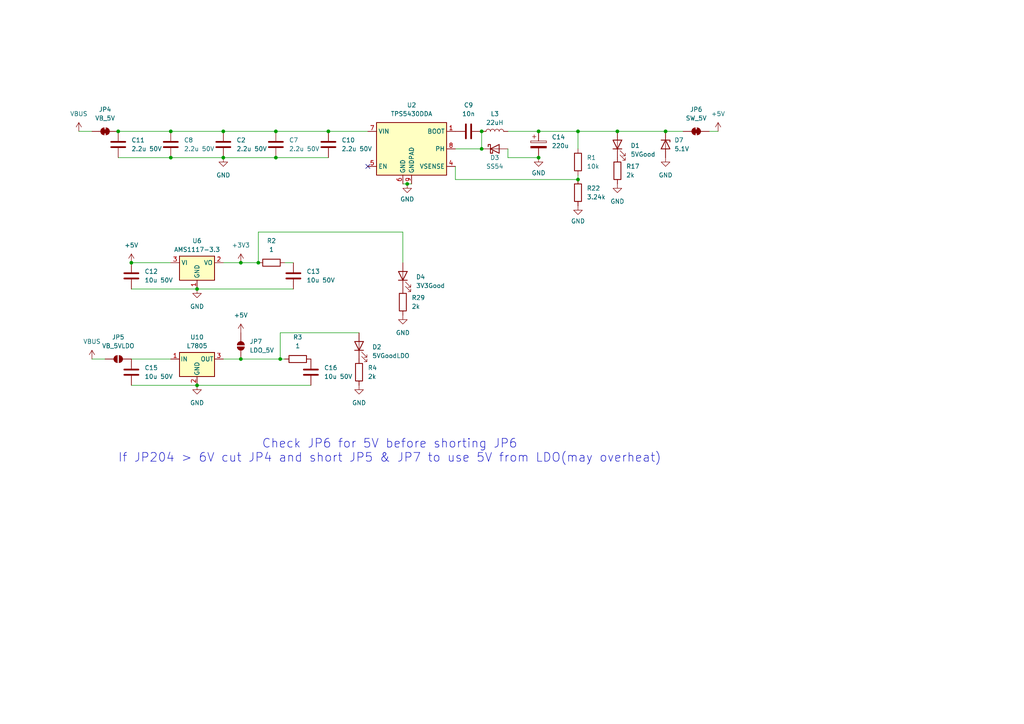
<source format=kicad_sch>
(kicad_sch (version 20231120) (generator "eeschema") (generator_version "8.0")
  (paper "A4")
  (lib_symbols
    (symbol "Device:C" (pin_numbers hide) (pin_names (offset 0.254))
      (property "Reference" "C" (at 0.635 2.54 0))
      (property "Value" "C" (at 0.635 -2.54 0))
      (symbol "C_0_1"
        (polyline (pts (xy -2.032 -0.762) (xy 2.032 -0.762)) (stroke (width 0.508)))
        (polyline (pts (xy -2.032 0.762) (xy 2.032 0.762)) (stroke (width 0.508)))
      )
      (symbol "C_1_1"
        (pin passive line (at 0 3.81 270) (length 2.794) (name "~") (number "1"))
        (pin passive line (at 0 -3.81 90) (length 2.794) (name "~") (number "2"))
      )
    )
    (symbol "Device:C_Polarized" (pin_numbers hide) (pin_names (offset 0.254))
      (property "Reference" "C" (at 0.635 2.54 0))
      (property "Value" "C_Polarized" (at 0.635 -2.54 0))
      (symbol "C_Polarized_0_1"
        (rectangle (start -2.286 0.508) (end 2.286 1.016))
        (polyline (pts (xy -1.778 2.286) (xy -0.762 2.286)))
        (polyline (pts (xy -1.27 2.794) (xy -1.27 1.778)))
        (rectangle (start 2.286 -0.508) (end -2.286 -1.016) (fill (type outline)))
      )
      (symbol "C_Polarized_1_1"
        (pin passive line (at 0 3.81 270) (length 2.794) (name "~") (number "1"))
        (pin passive line (at 0 -3.81 90) (length 2.794) (name "~") (number "2"))
      )
    )
    (symbol "Device:D_Schottky" (pin_numbers hide) (pin_names (offset 1.016) hide)
      (property "Reference" "D" (at 0 2.54 0))
      (property "Value" "D_Schottky" (at 0 -2.54 0))
      (symbol "D_Schottky_0_1"
        (polyline (pts (xy 1.27 0) (xy -1.27 0)))
        (polyline (pts (xy 1.27 1.27) (xy 1.27 -1.27) (xy -1.27 0) (xy 1.27 1.27)) (stroke (width 0.254)))
        (polyline (pts (xy -1.905 0.635) (xy -1.905 1.27) (xy -1.27 1.27) (xy -1.27 -1.27) (xy -0.635 -1.27) (xy -0.635 -0.635)) (stroke (width 0.254)))
      )
      (symbol "D_Schottky_1_1"
        (pin passive line (at -3.81 0 0) (length 2.54) (name "K") (number "1"))
        (pin passive line (at 3.81 0 180) (length 2.54) (name "A") (number "2"))
      )
    )
    (symbol "Device:D_Zener" (pin_numbers hide) (pin_names (offset 1.016) hide)
      (property "Reference" "D" (at 0 2.54 0))
      (property "Value" "D_Zener" (at 0 -2.54 0))
      (symbol "D_Zener_0_1"
        (polyline (pts (xy 1.27 0) (xy -1.27 0)))
        (polyline (pts (xy -1.27 -1.27) (xy -1.27 1.27) (xy -0.762 1.27)) (stroke (width 0.254)))
        (polyline (pts (xy 1.27 -1.27) (xy 1.27 1.27) (xy -1.27 0) (xy 1.27 -1.27)) (stroke (width 0.254)))
      )
      (symbol "D_Zener_1_1"
        (pin passive line (at -3.81 0 0) (length 2.54) (name "K") (number "1"))
        (pin passive line (at 3.81 0 180) (length 2.54) (name "A") (number "2"))
      )
    )
    (symbol "Device:L" (pin_numbers hide) (pin_names (offset 1.016) hide)
      (property "Reference" "L" (at -1.27 0 90))
      (property "Value" "L" (at 1.905 0 90))
      (symbol "L_0_1"
        (arc (start 0 -2.54) (mid 0.6323 -1.905) (end 0 -1.27))
        (arc (start 0 -1.27) (mid 0.6323 -0.635) (end 0 0))
        (arc (start 0 0) (mid 0.6323 0.635) (end 0 1.27))
        (arc (start 0 1.27) (mid 0.6323 1.905) (end 0 2.54))
      )
      (symbol "L_1_1"
        (pin passive line (at 0 3.81 270) (length 1.27) (name "1") (number "1"))
        (pin passive line (at 0 -3.81 90) (length 1.27) (name "2") (number "2"))
      )
    )
    (symbol "Device:LED" (pin_numbers hide) (pin_names (offset 1.016) hide)
      (property "Reference" "D" (at 0 2.54 0))
      (property "Value" "LED" (at 0 -2.54 0))
      (symbol "LED_0_1"
        (polyline (pts (xy -1.27 -1.27) (xy -1.27 1.27)) (stroke (width 0.254)))
        (polyline (pts (xy -1.27 0) (xy 1.27 0)))
        (polyline (pts (xy 1.27 -1.27) (xy 1.27 1.27) (xy -1.27 0) (xy 1.27 -1.27)) (stroke (width 0.254)))
        (polyline (pts (xy -3.048 -0.762) (xy -4.572 -2.286) (xy -3.81 -2.286) (xy -4.572 -2.286) (xy -4.572 -1.524)))
        (polyline (pts (xy -1.778 -0.762) (xy -3.302 -2.286) (xy -2.54 -2.286) (xy -3.302 -2.286) (xy -3.302 -1.524)))
      )
      (symbol "LED_1_1"
        (pin passive line (at -3.81 0 0) (length 2.54) (name "K") (number "1"))
        (pin passive line (at 3.81 0 180) (length 2.54) (name "A") (number "2"))
      )
    )
    (symbol "Device:R" (pin_numbers hide) (pin_names (offset 0))
      (property "Reference" "R" (at 2.032 0 90))
      (property "Value" "R" (at 0 0 90))
      (symbol "R_0_1"
        (rectangle (start -1.016 -2.54) (end 1.016 2.54) (stroke (width 0.254)))
      )
      (symbol "R_1_1"
        (pin passive line (at 0 3.81 270) (length 1.27) (name "~") (number "1"))
        (pin passive line (at 0 -3.81 90) (length 1.27) (name "~") (number "2"))
      )
    )
    (symbol "Jumper:SolderJumper_2_Bridged" (pin_numbers hide) (pin_names (offset 0) hide) (exclude_from_sim yes) (in_bom no)
      (property "Reference" "JP" (at 0 2.032 0))
      (property "Value" "SolderJumper_2_Bridged" (at 0 -2.54 0))
      (symbol "SolderJumper_2_Bridged_0_1"
        (rectangle (start -0.508 0.508) (end 0.508 -0.508) (fill (type outline)))
        (arc (start -0.254 1.016) (mid -1.2656 0) (end -0.254 -1.016))
        (arc (start -0.254 1.016) (mid -1.2656 0) (end -0.254 -1.016) (fill (type outline)))
        (polyline (pts (xy -0.254 1.016) (xy -0.254 -1.016)))
        (polyline (pts (xy 0.254 1.016) (xy 0.254 -1.016)))
        (arc (start 0.254 -1.016) (mid 1.2656 0) (end 0.254 1.016))
        (arc (start 0.254 -1.016) (mid 1.2656 0) (end 0.254 1.016) (fill (type outline)))
      )
      (symbol "SolderJumper_2_Bridged_1_1"
        (pin passive line (at -3.81 0 0) (length 2.54) (name "A") (number "1"))
        (pin passive line (at 3.81 0 180) (length 2.54) (name "B") (number "2"))
      )
    )
    (symbol "Jumper:SolderJumper_2_Open" (pin_numbers hide) (pin_names (offset 0) hide) (exclude_from_sim yes) (in_bom no)
      (property "Reference" "JP" (at 0 2.032 0))
      (property "Value" "SolderJumper_2_Open" (at 0 -2.54 0))
      (symbol "SolderJumper_2_Open_0_1"
        (arc (start -0.254 1.016) (mid -1.2656 0) (end -0.254 -1.016))
        (arc (start -0.254 1.016) (mid -1.2656 0) (end -0.254 -1.016) (fill (type outline)))
        (polyline (pts (xy -0.254 1.016) (xy -0.254 -1.016)))
        (polyline (pts (xy 0.254 1.016) (xy 0.254 -1.016)))
        (arc (start 0.254 -1.016) (mid 1.2656 0) (end 0.254 1.016))
        (arc (start 0.254 -1.016) (mid 1.2656 0) (end 0.254 1.016) (fill (type outline)))
      )
      (symbol "SolderJumper_2_Open_1_1"
        (pin passive line (at -3.81 0 0) (length 2.54) (name "A") (number "1"))
        (pin passive line (at 3.81 0 180) (length 2.54) (name "B") (number "2"))
      )
    )
    (symbol "Regulator_Linear:AMS1117-3.3"
      (property "Reference" "U" (at -3.81 3.175 0))
      (property "Value" "AMS1117-3.3" (at 0 3.175 0))
      (symbol "AMS1117-3.3_0_1"
        (rectangle (start -5.08 -5.08) (end 5.08 1.905) (stroke (width 0.254)) (fill (type background)))
      )
      (symbol "AMS1117-3.3_1_1"
        (pin power_in line (at 0 -7.62 90) (length 2.54) (name "GND") (number "1"))
        (pin power_out line (at 7.62 0 180) (length 2.54) (name "VO") (number "2"))
        (pin power_in line (at -7.62 0 0) (length 2.54) (name "VI") (number "3"))
      )
    )
    (symbol "Regulator_Linear:L7805" (pin_names (offset 0.254))
      (property "Reference" "U" (at -3.81 3.175 0))
      (property "Value" "L7805" (at 0 3.175 0))
      (symbol "L7805_0_1"
        (rectangle (start -5.08 1.905) (end 5.08 -5.08) (stroke (width 0.254)) (fill (type background)))
      )
      (symbol "L7805_1_1"
        (pin power_in line (at -7.62 0 0) (length 2.54) (name "IN") (number "1"))
        (pin power_in line (at 0 -7.62 90) (length 2.54) (name "GND") (number "2"))
        (pin power_out line (at 7.62 0 180) (length 2.54) (name "OUT") (number "3"))
      )
    )
    (symbol "Regulator_Switching:TPS5430DDA"
      (property "Reference" "U" (at -10.16 8.89 0))
      (property "Value" "TPS5430DDA" (at -1.27 8.89 0))
      (symbol "TPS5430DDA_0_1"
        (rectangle (start -10.16 7.62) (end 10.16 -7.62) (stroke (width 0.254)) (fill (type background)))
      )
      (symbol "TPS5430DDA_1_1"
        (pin input line (at 12.7 5.08 180) (length 2.54) (name "BOOT") (number "1"))
        (pin no_connect line (at -10.16 2.54 0) (length 2.54) hide (name "NC") (number "2"))
        (pin no_connect line (at -10.16 -2.54 0) (length 2.54) hide (name "NC") (number "3"))
        (pin input line (at 12.7 -5.08 180) (length 2.54) (name "VSENSE") (number "4"))
        (pin input line (at -12.7 -5.08 0) (length 2.54) (name "EN") (number "5"))
        (pin power_in line (at -2.54 -10.16 90) (length 2.54) (name "GND") (number "6"))
        (pin power_in line (at -12.7 5.08 0) (length 2.54) (name "VIN") (number "7"))
        (pin output line (at 12.7 0 180) (length 2.54) (name "PH") (number "8"))
        (pin power_in line (at 0 -10.16 90) (length 2.54) (name "GNDPAD") (number "9"))
      )
    )
    (symbol "power:+3V3" (power) (pin_names (offset 0))
      (property "Value" "+3V3" (at 0 3.556 0))
      (symbol "+3V3_0_1"
        (polyline (pts (xy -0.762 1.27) (xy 0 2.54)))
        (polyline (pts (xy 0 0) (xy 0 2.54)))
        (polyline (pts (xy 0 2.54) (xy 0.762 1.27)))
      )
      (symbol "+3V3_1_1"
        (pin power_in line (at 0 0 90) (length 0) hide (name "+3V3") (number "1"))
      )
    )
    (symbol "power:+5V" (power) (pin_names (offset 0))
      (property "Value" "+5V" (at 0 3.556 0))
      (symbol "+5V_0_1"
        (polyline (pts (xy -0.762 1.27) (xy 0 2.54)))
        (polyline (pts (xy 0 0) (xy 0 2.54)))
        (polyline (pts (xy 0 2.54) (xy 0.762 1.27)))
      )
      (symbol "+5V_1_1"
        (pin power_in line (at 0 0 90) (length 0) hide (name "+5V") (number "1"))
      )
    )
    (symbol "power:GND" (power) (pin_names (offset 0))
      (property "Value" "GND" (at 0 -3.81 0))
      (symbol "GND_0_1"
        (polyline (pts (xy 0 0) (xy 0 -1.27) (xy 1.27 -1.27) (xy 0 -2.54) (xy -1.27 -1.27) (xy 0 -1.27)))
      )
      (symbol "GND_1_1"
        (pin power_in line (at 0 0 270) (length 0) hide (name "GND") (number "1"))
      )
    )
    (symbol "power:VBUS" (power) (pin_names (offset 0))
      (property "Value" "VBUS" (at 0 3.81 0))
      (symbol "VBUS_0_1"
        (polyline (pts (xy -0.762 1.27) (xy 0 2.54)))
        (polyline (pts (xy 0 0) (xy 0 2.54)))
        (polyline (pts (xy 0 2.54) (xy 0.762 1.27)))
      )
      (symbol "VBUS_1_1"
        (pin power_in line (at 0 0 90) (length 0) hide (name "VBUS") (number "1"))
      )
    )
  )
  (junction (at 64.77 45.72))
  (junction (at 80.01 38.1))
  (junction (at 179.07 38.1))
  (junction (at 139.7 38.1))
  (junction (at 69.85 104.14))
  (junction (at 74.93 76.2))
  (junction (at 38.1 76.2))
  (junction (at 156.21 38.1))
  (junction (at 167.64 52.07))
  (junction (at 49.53 38.1))
  (junction (at 49.53 45.72))
  (junction (at 80.01 45.72))
  (junction (at 64.77 38.1))
  (junction (at 193.04 38.1))
  (junction (at 57.15 83.82))
  (junction (at 156.21 45.72))
  (junction (at 139.7 43.18))
  (junction (at 95.25 38.1))
  (junction (at 34.29 38.1))
  (junction (at 81.28 104.14))
  (junction (at 69.85 76.2))
  (junction (at 118.11 53.34))
  (junction (at 57.15 111.76))
  (junction (at 167.64 38.1))
  (no_connect (at 106.68 48.26))
  (wire (pts (xy 69.85 76.2) (xy 64.77 76.2)))
  (wire (pts (xy 81.28 104.14) (xy 82.55 104.14)))
  (wire (pts (xy 198.12 38.1) (xy 193.04 38.1)))
  (wire (pts (xy 74.93 67.31) (xy 74.93 76.2)))
  (wire (pts (xy 80.01 38.1) (xy 95.25 38.1)))
  (wire (pts (xy 139.7 43.18) (xy 139.7 38.1)))
  (wire (pts (xy 167.64 38.1) (xy 179.07 38.1)))
  (wire (pts (xy 34.29 45.72) (xy 49.53 45.72)))
  (wire (pts (xy 69.85 104.14) (xy 81.28 104.14)))
  (wire (pts (xy 167.64 38.1) (xy 167.64 43.18)))
  (wire (pts (xy 38.1 111.76) (xy 57.15 111.76)))
  (wire (pts (xy 74.93 76.2) (xy 69.85 76.2)))
  (wire (pts (xy 85.09 76.2) (xy 82.55 76.2)))
  (wire (pts (xy 132.08 52.07) (xy 132.08 48.26)))
  (wire (pts (xy 208.28 38.1) (xy 205.74 38.1)))
  (wire (pts (xy 38.1 104.14) (xy 49.53 104.14)))
  (wire (pts (xy 81.28 104.14) (xy 81.28 96.52)))
  (wire (pts (xy 80.01 45.72) (xy 95.25 45.72)))
  (wire (pts (xy 147.32 38.1) (xy 156.21 38.1)))
  (wire (pts (xy 147.32 45.72) (xy 156.21 45.72)))
  (wire (pts (xy 132.08 52.07) (xy 167.64 52.07)))
  (wire (pts (xy 26.67 38.1) (xy 22.86 38.1)))
  (wire (pts (xy 118.11 53.34) (xy 119.38 53.34)))
  (wire (pts (xy 38.1 83.82) (xy 57.15 83.82)))
  (wire (pts (xy 167.64 50.8) (xy 167.64 52.07)))
  (wire (pts (xy 49.53 38.1) (xy 64.77 38.1)))
  (wire (pts (xy 30.48 104.14) (xy 26.67 104.14)))
  (wire (pts (xy 116.84 76.2) (xy 116.84 67.31)))
  (wire (pts (xy 132.08 43.18) (xy 139.7 43.18)))
  (wire (pts (xy 57.15 83.82) (xy 85.09 83.82)))
  (wire (pts (xy 38.1 76.2) (xy 49.53 76.2)))
  (wire (pts (xy 147.32 43.18) (xy 147.32 45.72)))
  (wire (pts (xy 81.28 96.52) (xy 104.14 96.52)))
  (wire (pts (xy 57.15 111.76) (xy 90.17 111.76)))
  (wire (pts (xy 116.84 67.31) (xy 74.93 67.31)))
  (wire (pts (xy 64.77 104.14) (xy 69.85 104.14)))
  (wire (pts (xy 34.29 38.1) (xy 49.53 38.1)))
  (wire (pts (xy 116.84 53.34) (xy 118.11 53.34)))
  (wire (pts (xy 64.77 45.72) (xy 80.01 45.72)))
  (wire (pts (xy 179.07 38.1) (xy 193.04 38.1)))
  (wire (pts (xy 95.25 38.1) (xy 106.68 38.1)))
  (wire (pts (xy 156.21 38.1) (xy 167.64 38.1)))
  (wire (pts (xy 64.77 38.1) (xy 80.01 38.1)))
  (wire (pts (xy 49.53 45.72) (xy 64.77 45.72)))
  (text "Check JP6 for 5V before shorting JP6\nIf JP204 > 6V cut JP4 and short JP5 & JP7 to use 5V from LDO(may overheat)" (at 113.03 130.81 0) (effects (font (size 2.54 2.54))))
  (symbol (lib_id "Device:C") (at 135.89 38.1 90) (unit 1)
    (property "Reference" "C9" (at 135.89 30.48 90))
    (property "Value" "10n" (at 135.89 33.02 90))
    (property "Footprint" "Capacitor_SMD:C_0603_1608Metric" (effects (hide yes)))
  )
  (symbol (lib_id "Device:C") (at 49.53 41.91 0) (unit 1)
    (property "Reference" "C8" (at 53.34 40.6399 0) (effects (justify left)))
    (property "Value" "2.2u 50V" (at 53.34 43.1799 0) (effects (justify left)))
    (property "Footprint" "Capacitor_SMD:C_0805_2012Metric" (effects (hide yes)))
  )
  (symbol (lib_id "Device:R") (at 179.07 49.53 0) (unit 1)
    (property "Reference" "R17" (at 181.61 48.2599 0) (effects (justify left)))
    (property "Value" "2k" (at 181.61 50.7999 0) (effects (justify left)))
    (property "Footprint" "Resistor_SMD:R_0603_1608Metric" (effects (hide yes)))
  )
  (symbol (lib_id "Device:C") (at 38.1 80.01 0) (unit 1)
    (property "Reference" "C12" (at 41.91 78.7399 0) (effects (justify left)))
    (property "Value" "10u 50V" (at 41.91 81.2799 0) (effects (justify left)))
    (property "Footprint" "Capacitor_SMD:C_1206_3216Metric" (effects (hide yes)))
  )
  (symbol (lib_id "Device:R") (at 116.84 87.63 0) (unit 1)
    (property "Reference" "R29" (at 119.38 86.3599 0) (effects (justify left)))
    (property "Value" "2k" (at 119.38 88.8999 0) (effects (justify left)))
    (property "Footprint" "Resistor_SMD:R_0603_1608Metric" (effects (hide yes)))
  )
  (symbol (lib_id "power:GND") (at 156.21 45.72 0) (unit 1)
    (property "Reference" "#PWR031" (effects (hide yes)))
    (property "Value" "GND" (at 156.21 50.1634 0))
  )
  (symbol (lib_id "Device:L") (at 143.51 38.1 90) (unit 1)
    (property "Reference" "L3" (at 143.51 33.02 90))
    (property "Value" "22uH" (at 143.51 35.56 90))
    (property "Footprint" "Inductor_SMD:L_Bourns_SRR1260" (effects (hide yes)))
  )
  (symbol (lib_id "power:VBUS") (at 26.67 104.14 0) (unit 1)
    (property "Reference" "#PWR070" (effects (hide yes)))
    (property "Value" "VBUS" (at 26.67 99.06 0))
  )
  (symbol (lib_id "Device:D_Schottky") (at 143.51 43.18 0) (unit 1)
    (property "Reference" "D3" (at 143.51 45.72 0))
    (property "Value" "SS54" (at 143.51 48.26 0))
    (property "Footprint" "Diode_SMD:D_SMA" (effects (hide yes)))
  )
  (symbol (lib_id "Device:R") (at 167.64 46.99 180) (unit 1)
    (property "Reference" "R1" (at 170.18 45.7199 0) (effects (justify right)))
    (property "Value" "10k" (at 170.18 48.2599 0) (effects (justify right)))
    (property "Footprint" "Resistor_SMD:R_0603_1608Metric" (effects (hide yes)))
  )
  (symbol (lib_id "power:GND") (at 116.84 91.44 0) (unit 1)
    (property "Reference" "#PWR085" (effects (hide yes)))
    (property "Value" "GND" (at 116.84 96.52 0))
  )
  (symbol (lib_id "power:GND") (at 118.11 53.34 0) (unit 1)
    (property "Reference" "#PWR08" (effects (hide yes)))
    (property "Value" "GND" (at 118.11 57.7834 0))
  )
  (symbol (lib_id "Jumper:SolderJumper_2_Bridged") (at 30.48 38.1 0) (unit 1) (exclude_from_sim yes) (in_bom no)
    (property "Reference" "JP4" (at 30.48 31.75 0))
    (property "Value" "VB_5V" (at 30.48 34.29 0))
    (property "Footprint" "Jumper:SolderJumper-2_P1.3mm_Bridged_Pad1.0x1.5mm" (effects (hide yes)))
    (property "Description" "Solder Jumper, 2-pole, closed/bridged" (effects (hide yes)))
  )
  (symbol (lib_id "Device:C") (at 90.17 107.95 0) (unit 1)
    (property "Reference" "C16" (at 93.98 106.6799 0) (effects (justify left)))
    (property "Value" "10u 50V" (at 93.98 109.2199 0) (effects (justify left)))
    (property "Footprint" "Capacitor_SMD:C_1206_3216Metric" (effects (hide yes)))
  )
  (symbol (lib_id "Device:C_Polarized") (at 156.21 41.91 0) (unit 1)
    (property "Reference" "C14" (at 160.02 39.751 0) (effects (justify left)))
    (property "Value" "220u" (at 160.02 42.291 0) (effects (justify left)))
    (property "Footprint" "Capacitor_SMD:CP_Elec_8x10.5" (effects (hide yes)))
  )
  (symbol (lib_id "Device:LED") (at 104.14 100.33 90) (unit 1)
    (property "Reference" "D2" (at 107.95 100.6474 90) (effects (justify right)))
    (property "Value" "5VGoodLDO" (at 107.95 103.1874 90) (effects (justify right)))
    (property "Footprint" "LED_SMD:LED_0603_1608Metric" (effects (hide yes)))
  )
  (symbol (lib_id "Device:C") (at 85.09 80.01 0) (unit 1)
    (property "Reference" "C13" (at 88.9 78.7399 0) (effects (justify left)))
    (property "Value" "10u 50V" (at 88.9 81.2799 0) (effects (justify left)))
    (property "Footprint" "Capacitor_SMD:C_1206_3216Metric" (effects (hide yes)))
  )
  (symbol (lib_id "power:VBUS") (at 22.86 38.1 0) (unit 1)
    (property "Reference" "#PWR019" (effects (hide yes)))
    (property "Value" "VBUS" (at 22.86 33.02 0))
  )
  (symbol (lib_id "Device:C") (at 64.77 41.91 0) (unit 1)
    (property "Reference" "C2" (at 68.58 40.6399 0) (effects (justify left)))
    (property "Value" "2.2u 50V" (at 68.58 43.1799 0) (effects (justify left)))
    (property "Footprint" "Capacitor_SMD:C_0805_2012Metric" (effects (hide yes)))
  )
  (symbol (lib_id "Device:LED") (at 116.84 80.01 90) (unit 1)
    (property "Reference" "D4" (at 120.65 80.3274 90) (effects (justify right)))
    (property "Value" "3V3Good" (at 120.65 82.8674 90) (effects (justify right)))
    (property "Footprint" "LED_SMD:LED_0603_1608Metric" (effects (hide yes)))
  )
  (symbol (lib_id "power:GND") (at 179.07 53.34 0) (unit 1)
    (property "Reference" "#PWR080" (effects (hide yes)))
    (property "Value" "GND" (at 179.07 58.42 0))
  )
  (symbol (lib_id "Jumper:SolderJumper_2_Open") (at 34.29 104.14 0) (unit 1) (exclude_from_sim yes) (in_bom no)
    (property "Reference" "JP5" (at 34.29 97.79 0))
    (property "Value" "VB_5VLDO" (at 34.29 100.33 0))
    (property "Footprint" "Jumper:SolderJumper-2_P1.3mm_Open_Pad1.0x1.5mm" (effects (hide yes)))
    (property "Description" "Solder Jumper, 2-pole, open" (effects (hide yes)))
  )
  (symbol (lib_id "power:GND") (at 64.77 45.72 0) (unit 1)
    (property "Reference" "#PWR018" (effects (hide yes)))
    (property "Value" "GND" (at 64.77 50.8 0))
  )
  (symbol (lib_id "Device:R") (at 167.64 55.88 180) (unit 1)
    (property "Reference" "R22" (at 170.18 54.6099 0) (effects (justify right)))
    (property "Value" "3.24k" (at 170.18 57.1499 0) (effects (justify right)))
    (property "Footprint" "Resistor_SMD:R_0603_1608Metric" (effects (hide yes)))
  )
  (symbol (lib_id "Regulator_Switching:TPS5430DDA") (at 119.38 43.18 0) (unit 1)
    (property "Reference" "U2" (at 119.38 30.48 0))
    (property "Value" "TPS5430DDA" (at 119.38 33.02 0))
    (property "Footprint" "Package_SO:TI_SO-PowerPAD-8_ThermalVias" (effects (hide yes)))
    (property "Datasheet" "http://www.ti.com/lit/ds/symlink/tps5430.pdf" (effects (hide yes)))
  )
  (symbol (lib_id "power:+3V3") (at 69.85 76.2 0) (unit 1)
    (property "Reference" "#PWR011" (effects (hide yes)))
    (property "Value" "+3V3" (at 69.85 71.12 0))
  )
  (symbol (lib_id "Device:R") (at 86.36 104.14 270) (unit 1)
    (property "Reference" "R3" (at 86.36 97.79 90))
    (property "Value" "1" (at 86.36 100.33 90))
    (property "Footprint" "Resistor_SMD:R_1206_3216Metric" (effects (hide yes)))
  )
  (symbol (lib_id "Device:D_Zener") (at 193.04 41.91 270) (unit 1)
    (property "Reference" "D7" (at 195.58 40.6399 90) (effects (justify left)))
    (property "Value" "5.1V" (at 195.58 43.1799 90) (effects (justify left)))
    (property "Footprint" "Diode_SMD:D_SOD-123" (effects (hide yes)))
    (property "Description" "Zener diode" (effects (hide yes)))
  )
  (symbol (lib_id "Device:C") (at 38.1 107.95 0) (unit 1)
    (property "Reference" "C15" (at 41.91 106.6799 0) (effects (justify left)))
    (property "Value" "10u 50V" (at 41.91 109.2199 0) (effects (justify left)))
    (property "Footprint" "Capacitor_SMD:C_1206_3216Metric" (effects (hide yes)))
  )
  (symbol (lib_id "Device:R") (at 104.14 107.95 0) (unit 1)
    (property "Reference" "R4" (at 106.68 106.6799 0) (effects (justify left)))
    (property "Value" "2k" (at 106.68 109.2199 0) (effects (justify left)))
    (property "Footprint" "Resistor_SMD:R_0603_1608Metric" (effects (hide yes)))
  )
  (symbol (lib_id "Jumper:SolderJumper_2_Bridged") (at 201.93 38.1 0) (unit 1) (exclude_from_sim yes) (in_bom no)
    (property "Reference" "JP6" (at 201.93 31.75 0))
    (property "Value" "SW_5V" (at 201.93 34.29 0))
    (property "Footprint" "Jumper:SolderJumper-2_P1.3mm_Open_Pad1.0x1.5mm" (effects (hide yes)))
    (property "Description" "Solder Jumper, 2-pole, closed/bridged" (effects (hide yes)))
  )
  (symbol (lib_id "power:GND") (at 167.64 59.69 0) (unit 1)
    (property "Reference" "#PWR064" (effects (hide yes)))
    (property "Value" "GND" (at 167.64 64.1334 0))
  )
  (symbol (lib_id "Device:C") (at 34.29 41.91 0) (unit 1)
    (property "Reference" "C11" (at 38.1 40.6399 0) (effects (justify left)))
    (property "Value" "2.2u 50V" (at 38.1 43.1799 0) (effects (justify left)))
    (property "Footprint" "Capacitor_SMD:C_0805_2012Metric" (effects (hide yes)))
  )
  (symbol (lib_id "power:+5V") (at 69.85 96.52 0) (unit 1)
    (property "Reference" "#PWR029" (effects (hide yes)))
    (property "Value" "+5V" (at 69.85 91.44 0))
  )
  (symbol (lib_id "Device:C") (at 95.25 41.91 0) (unit 1)
    (property "Reference" "C10" (at 99.06 40.6399 0) (effects (justify left)))
    (property "Value" "2.2u 50V" (at 99.06 43.1799 0) (effects (justify left)))
    (property "Footprint" "Capacitor_SMD:C_0805_2012Metric" (effects (hide yes)))
  )
  (symbol (lib_id "power:+5V") (at 38.1 76.2 0) (unit 1)
    (property "Reference" "#PWR06" (effects (hide yes)))
    (property "Value" "+5V" (at 38.1 71.12 0))
  )
  (symbol (lib_id "Device:LED") (at 179.07 41.91 90) (unit 1)
    (property "Reference" "D1" (at 182.88 42.2275 90) (effects (justify right)))
    (property "Value" "5VGood" (at 182.88 44.7675 90) (effects (justify right)))
    (property "Footprint" "LED_SMD:LED_0603_1608Metric" (effects (hide yes)))
  )
  (symbol (lib_id "power:GND") (at 193.04 45.72 0) (unit 1)
    (property "Reference" "#PWR028" (effects (hide yes)))
    (property "Value" "GND" (at 193.04 50.8 0))
  )
  (symbol (lib_id "power:+5V") (at 208.28 38.1 0) (unit 1)
    (property "Reference" "#PWR026" (effects (hide yes)))
    (property "Value" "+5V" (at 208.28 33.02 0))
  )
  (symbol (lib_id "Jumper:SolderJumper_2_Open") (at 69.85 100.33 90) (unit 1) (exclude_from_sim yes) (in_bom no)
    (property "Reference" "JP7" (at 72.39 99.0599 90) (effects (justify right)))
    (property "Value" "LDO_5V" (at 72.39 101.5999 90) (effects (justify right)))
    (property "Footprint" "Jumper:SolderJumper-2_P1.3mm_Open_Pad1.0x1.5mm" (effects (hide yes)))
    (property "Description" "Solder Jumper, 2-pole, open" (effects (hide yes)))
  )
  (symbol (lib_id "power:GND") (at 104.14 111.76 0) (unit 1)
    (property "Reference" "#PWR071" (effects (hide yes)))
    (property "Value" "GND" (at 104.14 116.84 0))
  )
  (symbol (lib_id "power:GND") (at 57.15 83.82 0) (unit 1)
    (property "Reference" "#PWR012" (effects (hide yes)))
    (property "Value" "GND" (at 57.15 88.9 0))
  )
  (symbol (lib_id "Regulator_Linear:AMS1117-3.3") (at 57.15 76.2 0) (unit 1)
    (property "Reference" "U6" (at 57.15 69.85 0))
    (property "Value" "AMS1117-3.3" (at 57.15 72.39 0))
    (property "Footprint" "Package_TO_SOT_SMD:SOT-223-3_TabPin2" (effects (hide yes)))
    (property "Datasheet" "http://www.advanced-monolithic.com/pdf/ds1117.pdf" (effects (hide yes)))
    (property "Description" "1A Low Dropout regulator, positive, 3.3V fixed output, SOT-223" (effects (hide yes)))
  )
  (symbol (lib_id "Regulator_Linear:L7805") (at 57.15 104.14 0) (unit 1)
    (property "Reference" "U10" (at 57.15 97.79 0))
    (property "Value" "L7805" (at 57.15 100.33 0))
    (property "Footprint" "Package_TO_SOT_SMD:TO-252-2" (effects (hide yes)))
    (property "Datasheet" "http://www.st.com/content/ccc/resource/technical/document/datasheet/41/4f/b3/b0/12/d4/47/88/CD00000444.pdf/files/CD00000444.pdf/jcr:content/translations/en.CD00000444.pdf" (effects (hide yes)))
    (property "Description" "Positive 1.5A 35V Linear Regulator, Fixed Output 5V, TO-220/TO-263/TO-252" (effects (hide yes)))
  )
  (symbol (lib_id "Device:R") (at 78.74 76.2 270) (unit 1)
    (property "Reference" "R2" (at 78.74 69.85 90))
    (property "Value" "1" (at 78.74 72.39 90))
    (property "Footprint" "Resistor_SMD:R_1206_3216Metric" (effects (hide yes)))
  )
  (symbol (lib_id "power:GND") (at 57.15 111.76 0) (unit 1)
    (property "Reference" "#PWR021" (effects (hide yes)))
    (property "Value" "GND" (at 57.15 116.84 0))
  )
  (symbol (lib_id "Device:C") (at 80.01 41.91 0) (unit 1)
    (property "Reference" "C7" (at 83.82 40.6399 0) (effects (justify left)))
    (property "Value" "2.2u 50V" (at 83.82 43.1799 0) (effects (justify left)))
    (property "Footprint" "Capacitor_SMD:C_0805_2012Metric" (effects (hide yes)))
  )
)
</source>
